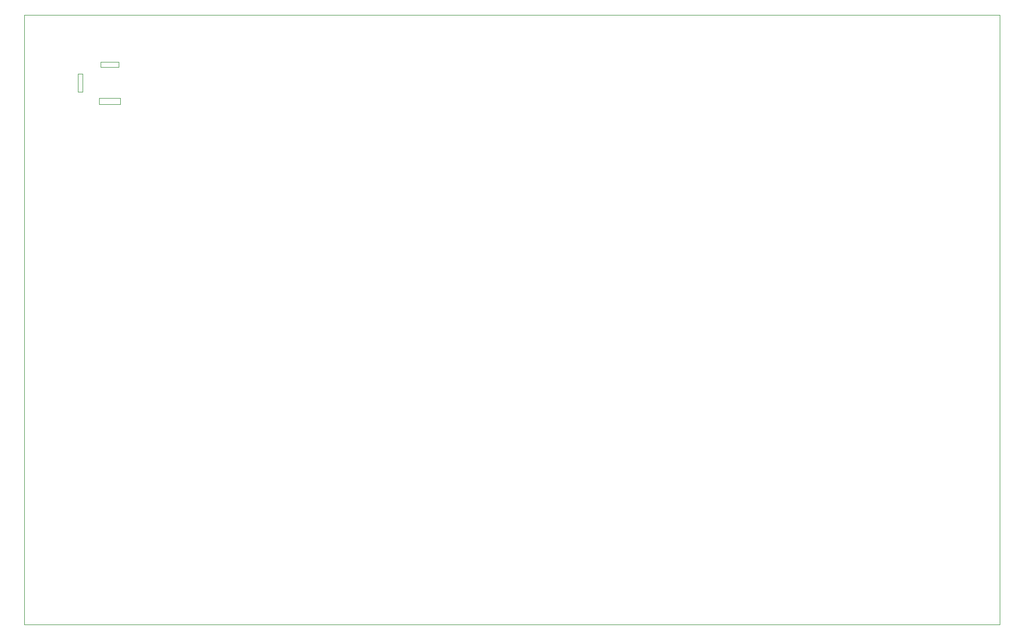
<source format=gko>
G75*
%MOIN*%
%OFA0B0*%
%FSLAX24Y24*%
%IPPOS*%
%LPD*%
%AMOC8*
5,1,8,0,0,1.08239X$1,22.5*
%
%ADD10C,0.0000*%
D10*
X000146Y000500D02*
X000146Y039870D01*
X063138Y039870D01*
X063138Y000500D01*
X000146Y000500D01*
X004957Y034122D02*
X004957Y034516D01*
X006335Y034516D01*
X006335Y034122D01*
X004957Y034122D01*
X003914Y034909D02*
X003599Y034909D01*
X003599Y036091D01*
X003914Y036091D01*
X003914Y034909D01*
X005056Y036524D02*
X005056Y036839D01*
X006237Y036839D01*
X006237Y036524D01*
X005056Y036524D01*
M02*

</source>
